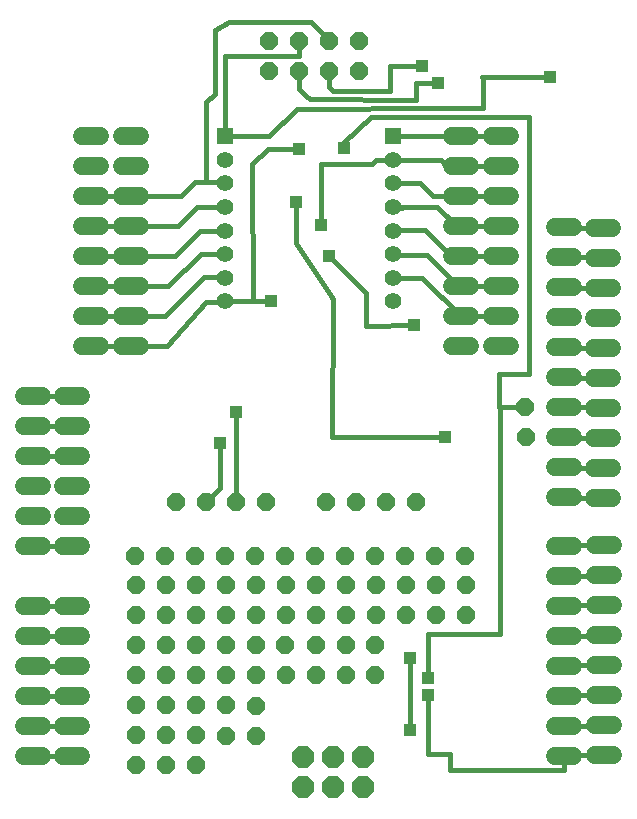
<source format=gbl>
G75*
%MOIN*%
%OFA0B0*%
%FSLAX25Y25*%
%IPPOS*%
%LPD*%
%AMOC8*
5,1,8,0,0,1.08239X$1,22.5*
%
%ADD10C,0.06000*%
%ADD11R,0.05600X0.05600*%
%ADD12C,0.05600*%
%ADD13OC8,0.06000*%
%ADD14OC8,0.07400*%
%ADD15C,0.01600*%
%ADD16R,0.03962X0.03962*%
%ADD17OC8,0.03962*%
%ADD18OC8,0.05906*%
D10*
X0083170Y0029224D02*
X0089170Y0029224D01*
X0095965Y0029224D02*
X0101965Y0029224D01*
X0101965Y0039224D02*
X0095965Y0039224D01*
X0089170Y0039224D02*
X0083170Y0039224D01*
X0083170Y0049224D02*
X0089170Y0049224D01*
X0095965Y0049224D02*
X0101965Y0049224D01*
X0101965Y0059224D02*
X0095965Y0059224D01*
X0089170Y0059224D02*
X0083170Y0059224D01*
X0083170Y0069224D02*
X0089170Y0069224D01*
X0095965Y0069224D02*
X0101965Y0069224D01*
X0101965Y0079224D02*
X0095965Y0079224D01*
X0089170Y0079224D02*
X0083170Y0079224D01*
X0083170Y0099224D02*
X0089170Y0099224D01*
X0095965Y0099224D02*
X0101965Y0099224D01*
X0101965Y0109224D02*
X0095965Y0109224D01*
X0089170Y0109224D02*
X0083170Y0109224D01*
X0083170Y0119224D02*
X0089170Y0119224D01*
X0095965Y0119224D02*
X0101965Y0119224D01*
X0101965Y0129224D02*
X0095965Y0129224D01*
X0089170Y0129224D02*
X0083170Y0129224D01*
X0083170Y0139224D02*
X0089170Y0139224D01*
X0095965Y0139224D02*
X0101965Y0139224D01*
X0101965Y0149224D02*
X0095965Y0149224D01*
X0089170Y0149224D02*
X0083170Y0149224D01*
X0102544Y0166067D02*
X0108544Y0166067D01*
X0115690Y0165957D02*
X0121690Y0165957D01*
X0121690Y0175957D02*
X0115690Y0175957D01*
X0108544Y0176067D02*
X0102544Y0176067D01*
X0102544Y0186067D02*
X0108544Y0186067D01*
X0115690Y0185957D02*
X0121690Y0185957D01*
X0121690Y0195957D02*
X0115690Y0195957D01*
X0108544Y0196067D02*
X0102544Y0196067D01*
X0102544Y0206067D02*
X0108544Y0206067D01*
X0115690Y0205957D02*
X0121690Y0205957D01*
X0121690Y0215957D02*
X0115690Y0215957D01*
X0108544Y0216067D02*
X0102544Y0216067D01*
X0102544Y0226067D02*
X0108544Y0226067D01*
X0115690Y0225957D02*
X0121690Y0225957D01*
X0121690Y0235957D02*
X0115690Y0235957D01*
X0108544Y0236067D02*
X0102544Y0236067D01*
X0225926Y0235957D02*
X0231926Y0235957D01*
X0239179Y0236081D02*
X0245179Y0236081D01*
X0245179Y0226081D02*
X0239179Y0226081D01*
X0231926Y0225957D02*
X0225926Y0225957D01*
X0225926Y0215957D02*
X0231926Y0215957D01*
X0239179Y0216081D02*
X0245179Y0216081D01*
X0245179Y0206081D02*
X0239179Y0206081D01*
X0231926Y0205957D02*
X0225926Y0205957D01*
X0225926Y0195957D02*
X0231926Y0195957D01*
X0239179Y0196081D02*
X0245179Y0196081D01*
X0245179Y0186081D02*
X0239179Y0186081D01*
X0231926Y0185957D02*
X0225926Y0185957D01*
X0225926Y0175957D02*
X0231926Y0175957D01*
X0239179Y0176081D02*
X0245179Y0176081D01*
X0245179Y0166081D02*
X0239179Y0166081D01*
X0231926Y0165957D02*
X0225926Y0165957D01*
X0260039Y0165648D02*
X0266039Y0165648D01*
X0273255Y0165314D02*
X0279255Y0165314D01*
X0279255Y0155314D02*
X0273255Y0155314D01*
X0266039Y0155648D02*
X0260039Y0155648D01*
X0260039Y0145648D02*
X0266039Y0145648D01*
X0273255Y0145314D02*
X0279255Y0145314D01*
X0279255Y0135314D02*
X0273255Y0135314D01*
X0266039Y0135648D02*
X0260039Y0135648D01*
X0260039Y0125648D02*
X0266039Y0125648D01*
X0273255Y0125314D02*
X0279255Y0125314D01*
X0279255Y0115314D02*
X0273255Y0115314D01*
X0266039Y0115648D02*
X0260039Y0115648D01*
X0260206Y0099399D02*
X0266206Y0099399D01*
X0273589Y0099566D02*
X0279589Y0099566D01*
X0279589Y0089566D02*
X0273589Y0089566D01*
X0266206Y0089399D02*
X0260206Y0089399D01*
X0260206Y0079399D02*
X0266206Y0079399D01*
X0273589Y0079566D02*
X0279589Y0079566D01*
X0279589Y0069566D02*
X0273589Y0069566D01*
X0266206Y0069399D02*
X0260206Y0069399D01*
X0260206Y0059399D02*
X0266206Y0059399D01*
X0273589Y0059566D02*
X0279589Y0059566D01*
X0279589Y0049566D02*
X0273589Y0049566D01*
X0266206Y0049399D02*
X0260206Y0049399D01*
X0260206Y0039399D02*
X0266206Y0039399D01*
X0273589Y0039566D02*
X0279589Y0039566D01*
X0279589Y0029566D02*
X0273589Y0029566D01*
X0266206Y0029399D02*
X0260206Y0029399D01*
X0260039Y0175648D02*
X0266039Y0175648D01*
X0273255Y0175314D02*
X0279255Y0175314D01*
X0279255Y0185314D02*
X0273255Y0185314D01*
X0266039Y0185648D02*
X0260039Y0185648D01*
X0260039Y0195648D02*
X0266039Y0195648D01*
X0273255Y0195314D02*
X0279255Y0195314D01*
X0279255Y0205314D02*
X0273255Y0205314D01*
X0266039Y0205648D02*
X0260039Y0205648D01*
D11*
X0206091Y0235996D03*
X0150186Y0235996D03*
D12*
X0150186Y0228122D03*
X0150186Y0220248D03*
X0150186Y0212374D03*
X0150186Y0204500D03*
X0150186Y0196626D03*
X0150186Y0188752D03*
X0150186Y0180878D03*
X0206091Y0180878D03*
X0206091Y0188752D03*
X0206091Y0196626D03*
X0206091Y0204500D03*
X0206091Y0212374D03*
X0206091Y0220248D03*
X0206091Y0228122D03*
D13*
X0194928Y0257756D03*
X0194928Y0267756D03*
X0184928Y0267756D03*
X0184928Y0257756D03*
X0174928Y0257756D03*
X0164928Y0257756D03*
X0164928Y0267756D03*
X0174928Y0267756D03*
X0250151Y0145647D03*
X0250522Y0135544D03*
X0213926Y0114161D03*
X0203926Y0114144D03*
X0193926Y0114151D03*
X0183926Y0114153D03*
X0163926Y0113949D03*
X0153926Y0113949D03*
X0143926Y0113949D03*
X0133926Y0113949D03*
D14*
X0176209Y0028848D03*
X0176209Y0018848D03*
X0186209Y0018848D03*
X0196209Y0018848D03*
X0196209Y0028848D03*
X0186209Y0028848D03*
D15*
X0211861Y0038131D02*
X0211861Y0062136D01*
X0211728Y0062136D01*
X0217618Y0055396D02*
X0217722Y0055396D01*
X0217722Y0070114D01*
X0241604Y0070114D01*
X0241645Y0070073D01*
X0241645Y0092715D01*
X0241748Y0092818D01*
X0241612Y0145703D01*
X0242181Y0145700D01*
X0241571Y0145700D01*
X0241571Y0156568D01*
X0251578Y0156568D01*
X0251538Y0242428D01*
X0198658Y0242428D01*
X0189809Y0233971D01*
X0189809Y0231948D01*
X0189900Y0232039D01*
X0182200Y0226827D02*
X0199160Y0226827D01*
X0200455Y0228122D01*
X0206091Y0228122D01*
X0209492Y0228124D01*
X0221955Y0227893D01*
X0223891Y0225957D01*
X0228926Y0225957D01*
X0229050Y0226081D01*
X0242179Y0226081D01*
X0242055Y0235957D02*
X0242179Y0236081D01*
X0242055Y0235957D02*
X0228926Y0235957D01*
X0228926Y0235996D01*
X0206091Y0235996D01*
X0213726Y0248123D02*
X0213726Y0253653D01*
X0221177Y0253653D01*
X0215895Y0259369D02*
X0205060Y0259369D01*
X0205060Y0251148D01*
X0186244Y0251148D01*
X0184928Y0252464D01*
X0184928Y0257756D01*
X0174928Y0257756D02*
X0174928Y0251556D01*
X0176134Y0250350D01*
X0176134Y0250284D01*
X0177132Y0249286D01*
X0177132Y0249220D01*
X0178390Y0248199D01*
X0213726Y0248123D01*
X0222664Y0245247D02*
X0223311Y0245306D01*
X0236016Y0245306D01*
X0236016Y0255409D01*
X0235902Y0255522D01*
X0258435Y0255508D01*
X0222664Y0245247D02*
X0174092Y0245082D01*
X0164932Y0235996D01*
X0150186Y0235996D01*
X0150186Y0262801D01*
X0174917Y0262801D01*
X0174917Y0267756D01*
X0174928Y0267756D01*
X0178631Y0274169D02*
X0151557Y0274169D01*
X0146885Y0271490D01*
X0146885Y0250146D01*
X0143921Y0247182D01*
X0143921Y0226512D01*
X0143900Y0226297D01*
X0143900Y0220515D01*
X0147251Y0220515D01*
X0148801Y0220496D01*
X0150186Y0220248D01*
X0143900Y0220515D02*
X0140143Y0220515D01*
X0135585Y0215957D01*
X0118690Y0215957D01*
X0126453Y0216067D01*
X0105544Y0216067D01*
X0105544Y0206067D02*
X0126453Y0206067D01*
X0118690Y0205957D01*
X0134315Y0205957D01*
X0140850Y0212492D01*
X0150068Y0212492D01*
X0150186Y0212374D01*
X0150186Y0204500D02*
X0150054Y0204368D01*
X0141697Y0204368D01*
X0133285Y0195957D01*
X0118690Y0195957D01*
X0126453Y0196067D01*
X0105544Y0196067D01*
X0105544Y0186067D02*
X0126453Y0186067D01*
X0118690Y0185957D01*
X0131240Y0185957D01*
X0142035Y0196752D01*
X0150060Y0196752D01*
X0150186Y0196626D01*
X0149971Y0188966D02*
X0150186Y0188752D01*
X0149971Y0188966D02*
X0143221Y0188966D01*
X0130211Y0175957D01*
X0118690Y0175957D01*
X0126453Y0176067D01*
X0105544Y0176067D01*
X0105544Y0166067D02*
X0126453Y0166067D01*
X0118690Y0165957D01*
X0130859Y0165949D01*
X0143662Y0180767D01*
X0150074Y0180767D01*
X0150186Y0180878D01*
X0151520Y0180878D01*
X0159438Y0180989D01*
X0158923Y0180979D01*
X0159279Y0180979D01*
X0159232Y0226659D01*
X0164359Y0231786D01*
X0174914Y0231786D01*
X0182200Y0226827D02*
X0182200Y0226252D01*
X0182182Y0206493D01*
X0173933Y0200452D02*
X0186034Y0181534D01*
X0185859Y0135568D01*
X0223306Y0135598D01*
X0242181Y0145700D02*
X0250151Y0145647D01*
X0263039Y0145648D02*
X0275920Y0145648D01*
X0276255Y0145314D01*
X0276255Y0135314D02*
X0263373Y0135314D01*
X0263039Y0135648D01*
X0263039Y0125648D02*
X0263373Y0125314D01*
X0276255Y0125314D01*
X0276255Y0115314D02*
X0263373Y0115314D01*
X0263039Y0115648D01*
X0263373Y0099566D02*
X0263206Y0099399D01*
X0263373Y0099566D02*
X0276589Y0099566D01*
X0276589Y0089566D02*
X0276422Y0089399D01*
X0263206Y0089399D01*
X0263373Y0079566D02*
X0263206Y0079399D01*
X0263373Y0079566D02*
X0276589Y0079566D01*
X0276589Y0069566D02*
X0276422Y0069399D01*
X0263206Y0069399D01*
X0263373Y0059566D02*
X0263206Y0059399D01*
X0263373Y0059566D02*
X0276589Y0059566D01*
X0276589Y0049566D02*
X0263373Y0049566D01*
X0263206Y0049399D01*
X0263206Y0039399D02*
X0276422Y0039399D01*
X0276589Y0039566D01*
X0276589Y0029566D02*
X0263373Y0029566D01*
X0263206Y0029399D01*
X0262987Y0024630D01*
X0225147Y0024552D01*
X0225092Y0030111D01*
X0217622Y0030108D01*
X0217674Y0049796D01*
X0153926Y0113949D02*
X0153905Y0137213D01*
X0153911Y0143918D01*
X0148492Y0133539D02*
X0148492Y0118515D01*
X0143926Y0113949D01*
X0098965Y0099224D02*
X0086170Y0099224D01*
X0086170Y0079224D02*
X0098965Y0079224D01*
X0098965Y0069224D02*
X0086170Y0069224D01*
X0086170Y0059224D02*
X0098965Y0059224D01*
X0098965Y0049224D02*
X0086170Y0049224D01*
X0086170Y0039224D02*
X0098965Y0039224D01*
X0098965Y0029224D02*
X0086170Y0029224D01*
X0086170Y0129224D02*
X0098965Y0129224D01*
X0098965Y0139224D02*
X0086170Y0139224D01*
X0086170Y0149224D02*
X0098965Y0149224D01*
X0159438Y0180989D02*
X0159648Y0180960D01*
X0165584Y0180979D01*
X0165584Y0181007D01*
X0184866Y0196013D02*
X0197266Y0183614D01*
X0197266Y0181353D01*
X0197212Y0172694D01*
X0213176Y0172855D01*
X0228700Y0175957D02*
X0215859Y0188797D01*
X0209286Y0188797D01*
X0206091Y0188752D01*
X0206091Y0196626D02*
X0209453Y0196413D01*
X0217383Y0196413D01*
X0227840Y0185957D01*
X0228926Y0185957D01*
X0229050Y0186081D01*
X0242179Y0186081D01*
X0242179Y0196081D02*
X0229050Y0196081D01*
X0228926Y0195957D01*
X0225900Y0195957D01*
X0225849Y0195905D01*
X0225507Y0195905D01*
X0216706Y0204706D01*
X0209447Y0204706D01*
X0206091Y0204500D01*
X0209241Y0204706D01*
X0209241Y0212153D02*
X0206091Y0212374D01*
X0209292Y0212323D01*
X0220939Y0212323D01*
X0226985Y0206276D01*
X0227181Y0206081D01*
X0242179Y0206081D01*
X0242179Y0216081D02*
X0226978Y0216081D01*
X0226854Y0215957D01*
X0219478Y0215957D01*
X0215200Y0220234D01*
X0206105Y0220234D01*
X0206091Y0220248D01*
X0226854Y0215957D02*
X0228926Y0215957D01*
X0228926Y0205957D02*
X0227438Y0205957D01*
X0227204Y0205722D01*
X0227204Y0206058D01*
X0227181Y0206081D01*
X0229050Y0176081D02*
X0228926Y0175957D01*
X0228700Y0175957D01*
X0229050Y0176081D02*
X0242179Y0176081D01*
X0263039Y0185648D02*
X0263373Y0185314D01*
X0276255Y0185314D01*
X0276255Y0195314D02*
X0275920Y0195648D01*
X0263039Y0195648D01*
X0263373Y0205314D02*
X0263039Y0205648D01*
X0263373Y0205314D02*
X0276255Y0205314D01*
X0276255Y0165314D02*
X0263373Y0165314D01*
X0263039Y0165648D01*
X0263039Y0155648D02*
X0263373Y0155314D01*
X0276255Y0155314D01*
X0173933Y0200452D02*
X0173936Y0213856D01*
X0150186Y0235957D02*
X0150186Y0235996D01*
X0184928Y0267756D02*
X0184928Y0268062D01*
X0178631Y0274169D01*
D16*
X0215895Y0259369D03*
X0221177Y0253653D03*
X0189809Y0231948D03*
X0174914Y0231786D03*
X0173936Y0213856D03*
X0182182Y0206493D03*
X0184866Y0196013D03*
X0165584Y0181007D03*
X0153911Y0143918D03*
X0148492Y0133539D03*
X0213176Y0172855D03*
X0223306Y0135598D03*
X0211728Y0062136D03*
X0217618Y0055396D03*
X0217674Y0049796D03*
X0211861Y0038131D03*
X0258435Y0255508D03*
D17*
X0150186Y0235957D03*
D18*
X0150246Y0095888D03*
X0150328Y0086226D03*
X0160333Y0086226D03*
X0160235Y0095856D03*
X0170241Y0095856D03*
X0170339Y0086210D03*
X0180328Y0086243D03*
X0180246Y0095872D03*
X0190251Y0095872D03*
X0190333Y0086226D03*
X0190350Y0076221D03*
X0190317Y0066297D03*
X0180311Y0066281D03*
X0180328Y0076205D03*
X0170339Y0076221D03*
X0170273Y0066265D03*
X0160317Y0066281D03*
X0160333Y0076221D03*
X0150311Y0076205D03*
X0150295Y0066281D03*
X0140290Y0066281D03*
X0140322Y0076205D03*
X0130333Y0076221D03*
X0130301Y0066281D03*
X0130279Y0056260D03*
X0140281Y0056283D03*
X0140485Y0046178D03*
X0130415Y0046246D03*
X0120390Y0046235D03*
X0120288Y0056260D03*
X0120279Y0066265D03*
X0120328Y0076221D03*
X0120344Y0086226D03*
X0120230Y0095872D03*
X0130235Y0095872D03*
X0130350Y0086226D03*
X0140339Y0086210D03*
X0140241Y0095872D03*
X0150295Y0056271D03*
X0160285Y0056271D03*
X0170276Y0056294D03*
X0160501Y0046167D03*
X0150499Y0046190D03*
X0150510Y0036165D03*
X0160490Y0036165D03*
X0140520Y0036176D03*
X0140395Y0026207D03*
X0130373Y0026196D03*
X0130395Y0036207D03*
X0120390Y0036222D03*
X0120413Y0026242D03*
X0180290Y0056271D03*
X0190303Y0056283D03*
X0200271Y0056260D03*
X0200273Y0066281D03*
X0200339Y0076237D03*
X0210311Y0076237D03*
X0220333Y0076205D03*
X0220333Y0086210D03*
X0220251Y0095872D03*
X0210230Y0095872D03*
X0210328Y0086226D03*
X0200339Y0086226D03*
X0200257Y0095872D03*
X0230257Y0095856D03*
X0230339Y0086226D03*
X0230339Y0076221D03*
M02*

</source>
